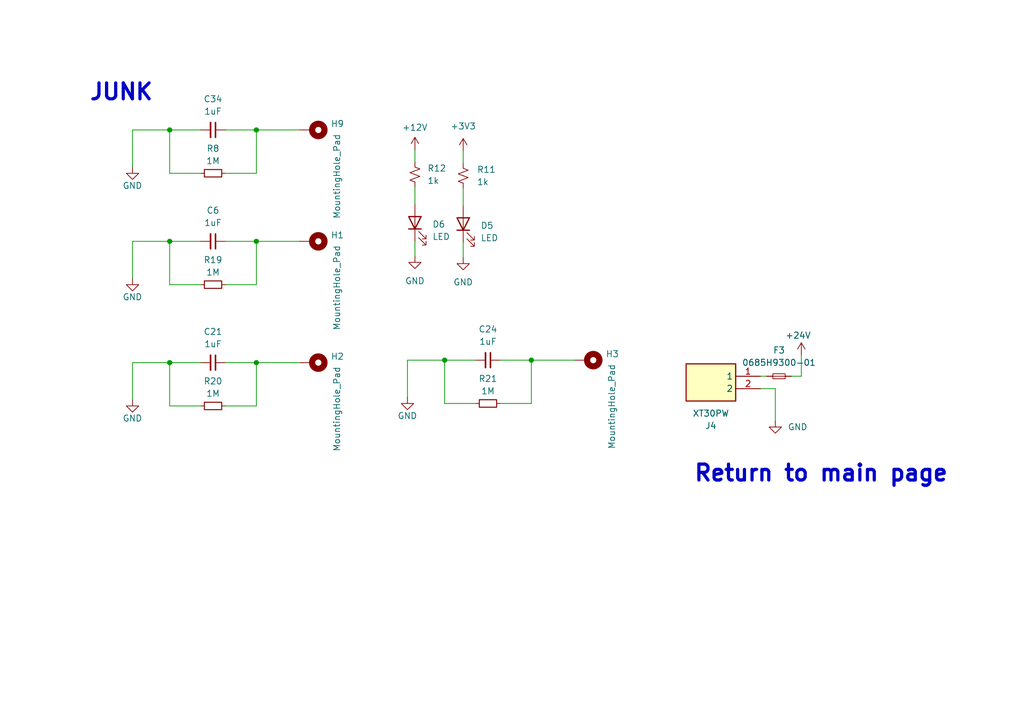
<source format=kicad_sch>
(kicad_sch (version 20231120) (generator "eeschema") (generator_version "8.0")
  (paper "A5")
  (title_block (title "Super Capacitor Module (SCM)") (date "2024-06-22") (rev "v1.0") (company "NUS Calibur Robotics") (comment 2 "Authors : Wx, Yassine Bakkali"))
  (lib_symbols
    (symbol "Device:C_Small" (pin_numbers hide) (pin_names (offset 0.254) hide)
      (property "Reference" "C" (at 0.254 1.778 0))
      (property "Value" "C_Small" (at 0.254 -2.032 0))
      (symbol "C_Small_0_1"
        (polyline (pts (xy -1.524 -0.508) (xy 1.524 -0.508)) (stroke (width 0.3302)))
        (polyline (pts (xy -1.524 0.508) (xy 1.524 0.508)) (stroke (width 0.3048)))
      )
      (symbol "C_Small_1_1"
        (pin passive line (at 0 2.54 270) (length 2.032) (name "~") (number "1"))
        (pin passive line (at 0 -2.54 90) (length 2.032) (name "~") (number "2"))
      )
    )
    (symbol "Device:Fuse_Small" (pin_numbers hide) (pin_names (offset 0.254) hide)
      (property "Reference" "F" (at 0 -1.524 0))
      (property "Value" "Fuse_Small" (at 0 1.524 0))
      (symbol "Fuse_Small_0_1"
        (rectangle (start -1.27 0.508) (end 1.27 -0.508))
        (polyline (pts (xy -1.27 0) (xy 1.27 0)))
      )
      (symbol "Fuse_Small_1_1"
        (pin passive line (at -2.54 0 0) (length 1.27) (name "~") (number "1"))
        (pin passive line (at 2.54 0 180) (length 1.27) (name "~") (number "2"))
      )
    )
    (symbol "Device:LED" (pin_numbers hide) (pin_names (offset 1.016) hide)
      (property "Reference" "D" (at 0 2.54 0))
      (property "Value" "LED" (at 0 -2.54 0))
      (symbol "LED_0_1"
        (polyline (pts (xy -1.27 -1.27) (xy -1.27 1.27)) (stroke (width 0.254)))
        (polyline (pts (xy -1.27 0) (xy 1.27 0)))
        (polyline (pts (xy 1.27 -1.27) (xy 1.27 1.27) (xy -1.27 0) (xy 1.27 -1.27)) (stroke (width 0.254)))
        (polyline (pts (xy -3.048 -0.762) (xy -4.572 -2.286) (xy -3.81 -2.286) (xy -4.572 -2.286) (xy -4.572 -1.524)))
        (polyline (pts (xy -1.778 -0.762) (xy -3.302 -2.286) (xy -2.54 -2.286) (xy -3.302 -2.286) (xy -3.302 -1.524)))
      )
      (symbol "LED_1_1"
        (pin passive line (at -3.81 0 0) (length 2.54) (name "K") (number "1"))
        (pin passive line (at 3.81 0 180) (length 2.54) (name "A") (number "2"))
      )
    )
    (symbol "Device:R_Small" (pin_numbers hide) (pin_names (offset 0.254) hide)
      (property "Reference" "R" (at 0.762 0.508 0))
      (property "Value" "R_Small" (at 0.762 -1.016 0))
      (symbol "R_Small_0_1"
        (rectangle (start -0.762 1.778) (end 0.762 -1.778) (stroke (width 0.2032)))
      )
      (symbol "R_Small_1_1"
        (pin passive line (at 0 2.54 270) (length 0.762) (name "~") (number "1"))
        (pin passive line (at 0 -2.54 90) (length 0.762) (name "~") (number "2"))
      )
    )
    (symbol "Device:R_Small_US" (pin_numbers hide) (pin_names (offset 0.254) hide)
      (property "Reference" "R" (at 0.762 0.508 0))
      (property "Value" "R_Small_US" (at 0.762 -1.016 0))
      (symbol "R_Small_US_1_1"
        (polyline (pts (xy 0 0) (xy 1.016 -0.381) (xy 0 -0.762) (xy -1.016 -1.143) (xy 0 -1.524)))
        (polyline (pts (xy 0 1.524) (xy 1.016 1.143) (xy 0 0.762) (xy -1.016 0.381) (xy 0 0)))
        (pin passive line (at 0 2.54 270) (length 1.016) (name "~") (number "1"))
        (pin passive line (at 0 -2.54 90) (length 1.016) (name "~") (number "2"))
      )
    )
    (symbol "Mechanical:MountingHole_Pad" (pin_numbers hide) (pin_names (offset 1.016) hide)
      (property "Reference" "H" (at 0 6.35 0))
      (property "Value" "MountingHole_Pad" (at 0 4.445 0))
      (symbol "MountingHole_Pad_0_1"
        (circle (center 0 1.27) (radius 1.27) (stroke (width 1.27)))
      )
      (symbol "MountingHole_Pad_1_1"
        (pin input line (at 0 -2.54 90) (length 2.54) (name "1") (number "1"))
      )
    )
    (symbol "SamacSys_Parts:XT30PB"
      (property "Reference" "J" (at 16.51 7.62 0))
      (property "Value" "XT30PB" (at 16.51 5.08 0))
      (symbol "XT30PB_1_1"
        (rectangle (start 5.08 2.54) (end 15.24 -5.08) (stroke (width 0.254)) (fill (type background)))
        (pin passive line (at 0 0 0) (length 5.08) (name "1") (number "1"))
        (pin passive line (at 0 -2.54 0) (length 5.08) (name "2") (number "2"))
      )
    )
    (symbol "power:+12V" (power) (pin_numbers hide) (pin_names (offset 0) hide)
      (property "Value" "+12V" (at 0 3.556 0))
      (symbol "+12V_0_1"
        (polyline (pts (xy -0.762 1.27) (xy 0 2.54)))
        (polyline (pts (xy 0 0) (xy 0 2.54)))
        (polyline (pts (xy 0 2.54) (xy 0.762 1.27)))
      )
      (symbol "+12V_1_1"
        (pin power_in line (at 0 0 90) (length 0) (name "~") (number "1"))
      )
    )
    (symbol "power:+24V" (power) (pin_names (offset 0))
      (property "Value" "+24V" (at 0 3.556 0))
      (symbol "+24V_0_1"
        (polyline (pts (xy -0.762 1.27) (xy 0 2.54)))
        (polyline (pts (xy 0 0) (xy 0 2.54)))
        (polyline (pts (xy 0 2.54) (xy 0.762 1.27)))
      )
      (symbol "+24V_1_1"
        (pin power_in line (at 0 0 90) (length 0) hide (name "+24V") (number "1"))
      )
    )
    (symbol "power:+3V3" (power) (pin_names (offset 0))
      (property "Value" "+3V3" (at 0 3.556 0))
      (symbol "+3V3_0_1"
        (polyline (pts (xy -0.762 1.27) (xy 0 2.54)))
        (polyline (pts (xy 0 0) (xy 0 2.54)))
        (polyline (pts (xy 0 2.54) (xy 0.762 1.27)))
      )
      (symbol "+3V3_1_1"
        (pin power_in line (at 0 0 90) (length 0) hide (name "+3V3") (number "1"))
      )
    )
    (symbol "power:GND" (power) (pin_numbers hide) (pin_names (offset 0) hide)
      (property "Value" "GND" (at 0 -3.81 0))
      (symbol "GND_0_1"
        (polyline (pts (xy 0 0) (xy 0 -1.27) (xy 1.27 -1.27) (xy 0 -2.54) (xy -1.27 -1.27) (xy 0 -1.27)))
      )
      (symbol "GND_1_1"
        (pin power_in line (at 0 0 270) (length 0) (name "~") (number "1"))
      )
    )
  )
  (junction (at 34.798 74.422))
  (junction (at 34.798 26.67))
  (junction (at 52.578 74.422))
  (junction (at 34.798 49.53))
  (junction (at 91.186 73.914))
  (junction (at 52.578 26.67))
  (junction (at 52.578 49.53))
  (junction (at 108.966 73.914))
  (wire (pts (xy 27.178 49.53) (xy 27.178 57.15)))
  (wire (pts (xy 34.798 58.42) (xy 41.148 58.42)))
  (wire (pts (xy 52.578 58.42) (xy 52.578 49.53)))
  (wire (pts (xy 46.228 35.56) (xy 52.578 35.56)))
  (wire (pts (xy 46.228 74.422) (xy 52.578 74.422)))
  (wire (pts (xy 83.566 73.914) (xy 83.566 81.534)))
  (wire (pts (xy 27.178 26.67) (xy 34.798 26.67)))
  (wire (pts (xy 164.338 77.216) (xy 162.306 77.216)))
  (wire (pts (xy 52.578 83.312) (xy 52.578 74.422)))
  (wire (pts (xy 27.178 74.422) (xy 27.178 82.042)))
  (wire (pts (xy 52.578 35.56) (xy 52.578 26.67)))
  (wire (pts (xy 108.966 73.914) (xy 117.856 73.914)))
  (wire (pts (xy 164.338 72.898) (xy 164.338 77.216)))
  (wire (pts (xy 34.798 26.67) (xy 34.798 35.56)))
  (wire (pts (xy 34.798 49.53) (xy 41.148 49.53)))
  (wire (pts (xy 94.996 49.784) (xy 94.996 52.832)))
  (wire (pts (xy 85.09 49.53) (xy 85.09 52.578)))
  (wire (pts (xy 85.09 38.354) (xy 85.09 41.91)))
  (wire (pts (xy 34.798 74.422) (xy 34.798 83.312)))
  (wire (pts (xy 83.566 73.914) (xy 91.186 73.914)))
  (wire (pts (xy 94.996 38.608) (xy 94.996 42.164)))
  (wire (pts (xy 159.004 79.756) (xy 155.956 79.756)))
  (wire (pts (xy 27.178 74.422) (xy 34.798 74.422)))
  (wire (pts (xy 52.578 74.422) (xy 61.468 74.422)))
  (wire (pts (xy 52.578 49.53) (xy 61.468 49.53)))
  (wire (pts (xy 91.186 82.804) (xy 97.536 82.804)))
  (wire (pts (xy 46.228 26.67) (xy 52.578 26.67)))
  (wire (pts (xy 34.798 26.67) (xy 41.148 26.67)))
  (wire (pts (xy 94.996 30.988) (xy 94.996 33.528)))
  (wire (pts (xy 46.228 49.53) (xy 52.578 49.53)))
  (wire (pts (xy 159.004 86.36) (xy 159.004 79.756)))
  (wire (pts (xy 108.966 82.804) (xy 108.966 73.914)))
  (wire (pts (xy 34.798 83.312) (xy 41.148 83.312)))
  (wire (pts (xy 46.228 58.42) (xy 52.578 58.42)))
  (wire (pts (xy 52.578 26.67) (xy 61.468 26.67)))
  (wire (pts (xy 34.798 74.422) (xy 41.148 74.422)))
  (wire (pts (xy 157.226 77.216) (xy 155.956 77.216)))
  (wire (pts (xy 34.798 35.56) (xy 41.148 35.56)))
  (wire (pts (xy 91.186 73.914) (xy 91.186 82.804)))
  (wire (pts (xy 102.616 82.804) (xy 108.966 82.804)))
  (wire (pts (xy 91.186 73.914) (xy 97.536 73.914)))
  (wire (pts (xy 102.616 73.914) (xy 108.966 73.914)))
  (wire (pts (xy 27.178 49.53) (xy 34.798 49.53)))
  (wire (pts (xy 46.228 83.312) (xy 52.578 83.312)))
  (wire (pts (xy 85.09 30.734) (xy 85.09 33.274)))
  (wire (pts (xy 34.798 49.53) (xy 34.798 58.42)))
  (wire (pts (xy 27.178 26.67) (xy 27.178 34.29)))
  (text "JUNK\n" (at 24.892 19.05 0) (effects (font (size 3.27 3.27) (bold yes))))
  (text "Return to main page" (at 168.402 97.282 0) (effects (font (size 3.27 3.27) (thickness 0.654) (bold yes))))
  (symbol (lib_id "power:+24V") (at 164.338 72.898 0) (unit 1)
    (property "Reference" "#PWR058" (effects (hide yes)))
    (property "Value" "+24V" (at 161.036 68.834 0) (effects (justify left)))
  )
  (symbol (lib_id "power:GND") (at 85.09 52.578 0) (unit 1)
    (property "Reference" "#PWR0189" (effects (hide yes)))
    (property "Value" "GND" (at 85.09 57.658 0))
    (property "Description" "Power symbol creates a global label with name \"GND\" , ground" (effects (hide yes)))
  )
  (symbol (lib_id "Device:R_Small") (at 43.688 58.42 90) (unit 1)
    (property "Reference" "R19" (at 43.688 53.34 90))
    (property "Value" "1M" (at 43.688 55.88 90))
    (property "Footprint" "Resistor_SMD:R_0603_1608Metric_Pad0.98x0.95mm_HandSolder" (effects (hide yes)))
  )
  (symbol (lib_id "power:+3V3") (at 94.996 30.988 0) (unit 1)
    (property "Reference" "#PWR0192" (effects (hide yes)))
    (property "Value" "+3V3" (at 94.996 25.908 0))
  )
  (symbol (lib_id "Device:C_Small") (at 43.688 74.422 270) (unit 1)
    (property "Reference" "C21" (at 43.6816 68.072 90))
    (property "Value" "1uF" (at 43.6816 70.612 90))
    (property "Footprint" "Capacitor_SMD:C_0603_1608Metric_Pad1.08x0.95mm_HandSolder" (effects (hide yes)))
  )
  (symbol (lib_id "SamacSys_Parts:XT30PB") (at 155.956 77.216 0) (mirror y) (unit 1)
    (property "Reference" "J4" (at 145.796 87.376 0))
    (property "Value" "XT30PW" (at 145.796 84.836 0))
    (property "Footprint" "SamacSys_Parts:XT30PWM" (effects (hide yes)))
    (property "Datasheet" "https://www.tme.eu/Document/4acc913878197f8c2e30d4b8cdc47230/XT30UPB%20SPEC.pdf" (effects (hide yes)))
    (property "Height" "10.7" (effects (hide yes)))
    (property "Manufacturer_Name" "Amass" (effects (hide yes)))
    (property "Manufacturer_Part_Number" "XT30PB" (effects (hide yes)))
  )
  (symbol (lib_id "power:GND") (at 27.178 57.15 0) (unit 1)
    (property "Reference" "#PWR032" (effects (hide yes)))
    (property "Value" "GND" (at 29.21 60.96 0) (effects (justify right)))
  )
  (symbol (lib_id "Device:Fuse_Small") (at 159.766 77.216 0) (unit 1)
    (property "Reference" "F3" (at 159.766 71.882 0))
    (property "Value" "0685H9300-01" (at 159.766 74.422 0))
    (property "Footprint" "Fuse:Fuse_1206_3216Metric" (effects (hide yes)))
    (property "Datasheet" "https://www.digikey.sg/en/products/detail/bel-fuse-inc/0685H9300-01/5466710" (effects (hide yes)))
    (property "Description" "Fuse, small symbol" (effects (hide yes)))
  )
  (symbol (lib_id "power:GND") (at 83.566 81.534 0) (unit 1)
    (property "Reference" "#PWR059" (effects (hide yes)))
    (property "Value" "GND" (at 85.598 85.344 0) (effects (justify right)))
  )
  (symbol (lib_id "power:+12V") (at 85.09 30.734 0) (unit 1)
    (property "Reference" "#PWR097" (effects (hide yes)))
    (property "Value" "+12V" (at 85.09 26.162 0))
    (property "Description" "Power symbol creates a global label with name \"+12V\"" (effects (hide yes)))
  )
  (symbol (lib_id "power:GND") (at 159.004 86.36 0) (unit 1)
    (property "Reference" "#PWR062" (effects (hide yes)))
    (property "Value" "GND" (at 161.544 87.6299 0) (effects (justify left)))
  )
  (symbol (lib_id "Device:R_Small") (at 43.688 35.56 90) (unit 1)
    (property "Reference" "R8" (at 43.688 30.48 90))
    (property "Value" "1M" (at 43.688 33.02 90))
    (property "Footprint" "Resistor_SMD:R_0603_1608Metric_Pad0.98x0.95mm_HandSolder" (effects (hide yes)))
  )
  (symbol (lib_id "Mechanical:MountingHole_Pad") (at 64.008 26.67 270) (unit 1)
    (property "Reference" "H9" (at 67.818 25.4 90) (effects (justify left)))
    (property "Value" "MountingHole_Pad" (at 69.088 27.432 0) (effects (justify left)))
    (property "Footprint" "MountingHole:MountingHole_3.2mm_M3_Pad_Via" (effects (hide yes)))
  )
  (symbol (lib_id "Device:R_Small_US") (at 94.996 36.068 180) (unit 1)
    (property "Reference" "R11" (at 97.79 34.7979 0) (effects (justify right)))
    (property "Value" "1k" (at 97.79 37.3379 0) (effects (justify right)))
    (property "Footprint" "Resistor_SMD:R_0603_1608Metric_Pad0.98x0.95mm_HandSolder" (effects (hide yes)))
    (property "Description" "Resistor, small US symbol" (effects (hide yes)))
  )
  (symbol (lib_id "power:GND") (at 27.178 34.29 0) (unit 1)
    (property "Reference" "#PWR026" (effects (hide yes)))
    (property "Value" "GND" (at 29.21 38.1 0) (effects (justify right)))
  )
  (symbol (lib_id "Device:C_Small") (at 43.688 49.53 270) (unit 1)
    (property "Reference" "C6" (at 43.6816 43.18 90))
    (property "Value" "1uF" (at 43.6816 45.72 90))
    (property "Footprint" "Capacitor_SMD:C_0603_1608Metric_Pad1.08x0.95mm_HandSolder" (effects (hide yes)))
  )
  (symbol (lib_id "Device:R_Small_US") (at 85.09 35.814 180) (unit 1)
    (property "Reference" "R12" (at 87.63 34.5439 0) (effects (justify right)))
    (property "Value" "1k" (at 87.63 37.0839 0) (effects (justify right)))
    (property "Footprint" "Resistor_SMD:R_0603_1608Metric_Pad0.98x0.95mm_HandSolder" (effects (hide yes)))
    (property "Description" "Resistor, small US symbol" (effects (hide yes)))
  )
  (symbol (lib_id "power:GND") (at 94.996 52.832 0) (unit 1)
    (property "Reference" "#PWR099" (effects (hide yes)))
    (property "Value" "GND" (at 94.996 57.912 0))
    (property "Description" "Power symbol creates a global label with name \"GND\" , ground" (effects (hide yes)))
  )
  (symbol (lib_id "Mechanical:MountingHole_Pad") (at 64.008 74.422 270) (unit 1)
    (property "Reference" "H2" (at 67.818 73.152 90) (effects (justify left)))
    (property "Value" "MountingHole_Pad" (at 69.088 75.184 0) (effects (justify left)))
    (property "Footprint" "MountingHole:MountingHole_3.2mm_M3_Pad_Via" (effects (hide yes)))
  )
  (symbol (lib_id "power:GND") (at 27.178 82.042 0) (unit 1)
    (property "Reference" "#PWR046" (effects (hide yes)))
    (property "Value" "GND" (at 29.21 85.852 0) (effects (justify right)))
  )
  (symbol (lib_id "Device:R_Small") (at 43.688 83.312 90) (unit 1)
    (property "Reference" "R20" (at 43.688 78.232 90))
    (property "Value" "1M" (at 43.688 80.772 90))
    (property "Footprint" "Resistor_SMD:R_0603_1608Metric_Pad0.98x0.95mm_HandSolder" (effects (hide yes)))
  )
  (symbol (lib_id "Device:LED") (at 94.996 45.974 90) (unit 1)
    (property "Reference" "D5" (at 98.552 46.2914 90) (effects (justify right)))
    (property "Value" "LED" (at 98.552 48.8314 90) (effects (justify right)))
    (property "Footprint" "LED_SMD:LED_0603_1608Metric_Pad1.05x0.95mm_HandSolder" (effects (hide yes)))
    (property "Description" "Light emitting diode" (effects (hide yes)))
  )
  (symbol (lib_id "Device:LED") (at 85.09 45.72 90) (unit 1)
    (property "Reference" "D6" (at 88.646 46.0374 90) (effects (justify right)))
    (property "Value" "LED" (at 88.646 48.5774 90) (effects (justify right)))
    (property "Footprint" "LED_SMD:LED_0603_1608Metric_Pad1.05x0.95mm_HandSolder" (effects (hide yes)))
    (property "Description" "Light emitting diode" (effects (hide yes)))
  )
  (symbol (lib_id "Mechanical:MountingHole_Pad") (at 120.396 73.914 270) (unit 1)
    (property "Reference" "H3" (at 124.206 72.644 90) (effects (justify left)))
    (property "Value" "MountingHole_Pad" (at 125.476 74.676 0) (effects (justify left)))
    (property "Footprint" "MountingHole:MountingHole_3.2mm_M3_Pad_Via" (effects (hide yes)))
  )
  (symbol (lib_id "Device:R_Small") (at 100.076 82.804 90) (unit 1)
    (property "Reference" "R21" (at 100.076 77.724 90))
    (property "Value" "1M" (at 100.076 80.264 90))
    (property "Footprint" "Resistor_SMD:R_0603_1608Metric_Pad0.98x0.95mm_HandSolder" (effects (hide yes)))
  )
  (symbol (lib_id "Device:C_Small") (at 100.076 73.914 270) (unit 1)
    (property "Reference" "C24" (at 100.0696 67.564 90))
    (property "Value" "1uF" (at 100.0696 70.104 90))
    (property "Footprint" "Capacitor_SMD:C_0603_1608Metric_Pad1.08x0.95mm_HandSolder" (effects (hide yes)))
  )
  (symbol (lib_id "Device:C_Small") (at 43.688 26.67 270) (unit 1)
    (property "Reference" "C34" (at 43.6816 20.32 90))
    (property "Value" "1uF" (at 43.6816 22.86 90))
    (property "Footprint" "Capacitor_SMD:C_0603_1608Metric_Pad1.08x0.95mm_HandSolder" (effects (hide yes)))
  )
  (symbol (lib_id "Mechanical:MountingHole_Pad") (at 64.008 49.53 270) (unit 1)
    (property "Reference" "H1" (at 67.818 48.26 90) (effects (justify left)))
    (property "Value" "MountingHole_Pad" (at 69.088 50.292 0) (effects (justify left)))
    (property "Footprint" "MountingHole:MountingHole_3.2mm_M3_Pad_Via" (effects (hide yes)))
  )
)
</source>
